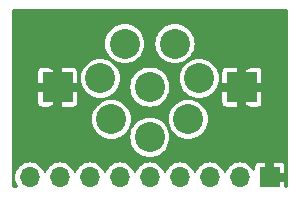
<source format=gbr>
%TF.GenerationSoftware,KiCad,Pcbnew,6.0.10-86aedd382b~118~ubuntu22.04.1*%
%TF.CreationDate,2023-01-03T21:57:38-08:00*%
%TF.ProjectId,GX16-8P-Horizontal,47583136-2d38-4502-9d48-6f72697a6f6e,rev?*%
%TF.SameCoordinates,Original*%
%TF.FileFunction,Copper,L2,Bot*%
%TF.FilePolarity,Positive*%
%FSLAX46Y46*%
G04 Gerber Fmt 4.6, Leading zero omitted, Abs format (unit mm)*
G04 Created by KiCad (PCBNEW 6.0.10-86aedd382b~118~ubuntu22.04.1) date 2023-01-03 21:57:38*
%MOMM*%
%LPD*%
G01*
G04 APERTURE LIST*
%TA.AperFunction,ComponentPad*%
%ADD10C,2.540000*%
%TD*%
%TA.AperFunction,SMDPad,CuDef*%
%ADD11R,2.540000X2.540000*%
%TD*%
%TA.AperFunction,ComponentPad*%
%ADD12R,1.700000X1.700000*%
%TD*%
%TA.AperFunction,ComponentPad*%
%ADD13O,1.700000X1.700000*%
%TD*%
%TA.AperFunction,ViaPad*%
%ADD14C,0.800000*%
%TD*%
G04 APERTURE END LIST*
D10*
%TO.P,J1,1,Pin_1*%
%TO.N,Net-(J1-Pad1)*%
X129125000Y-59819000D03*
%TO.P,J1,2,Pin_2*%
%TO.N,Net-(J1-Pad2)*%
X131185000Y-62762000D03*
%TO.P,J1,3,Pin_3*%
%TO.N,Net-(J1-Pad3)*%
X130256000Y-66232000D03*
%TO.P,J1,4,Pin_4*%
%TO.N,Net-(J1-Pad4)*%
X127000000Y-67750000D03*
%TO.P,J1,5,Pin_5*%
%TO.N,Net-(J1-Pad5)*%
X123744000Y-66232000D03*
%TO.P,J1,6,Pin_6*%
%TO.N,Net-(J1-Pad6)*%
X122815000Y-62762000D03*
%TO.P,J1,7,Pin_7*%
%TO.N,Net-(J1-Pad7)*%
X124875000Y-59819000D03*
%TO.P,J1,8,Pin_8*%
%TO.N,Net-(J1-Pad8)*%
X127000000Y-63500000D03*
D11*
%TO.P,J1,MP,MountPin*%
%TO.N,GND*%
X134800000Y-63500000D03*
X119200000Y-63500000D03*
%TD*%
D12*
%TO.P,J2,1,Pin_1*%
%TO.N,GND*%
X137160000Y-71120000D03*
D13*
%TO.P,J2,2,Pin_2*%
%TO.N,Net-(J1-Pad1)*%
X134620000Y-71120000D03*
%TO.P,J2,3,Pin_3*%
%TO.N,Net-(J1-Pad2)*%
X132080000Y-71120000D03*
%TO.P,J2,4,Pin_4*%
%TO.N,Net-(J1-Pad3)*%
X129540000Y-71120000D03*
%TO.P,J2,5,Pin_5*%
%TO.N,Net-(J1-Pad4)*%
X127000000Y-71120000D03*
%TO.P,J2,6,Pin_6*%
%TO.N,Net-(J1-Pad5)*%
X124460000Y-71120000D03*
%TO.P,J2,7,Pin_7*%
%TO.N,Net-(J1-Pad6)*%
X121920000Y-71120000D03*
%TO.P,J2,8,Pin_8*%
%TO.N,Net-(J1-Pad7)*%
X119380000Y-71120000D03*
%TO.P,J2,9,Pin_9*%
%TO.N,Net-(J1-Pad8)*%
X116840000Y-71120000D03*
%TD*%
D14*
%TO.N,GND*%
X116840000Y-57785000D03*
X128270000Y-65405000D03*
X118110000Y-69850000D03*
X127635000Y-57785000D03*
X123190000Y-69850000D03*
X137160000Y-69850000D03*
X135890000Y-63500000D03*
X138176000Y-63500000D03*
X120650000Y-69850000D03*
X118745000Y-65405000D03*
X133350000Y-69850000D03*
X137160000Y-57785000D03*
X135255000Y-65405000D03*
X118745000Y-61595000D03*
X128270000Y-69850000D03*
X133350000Y-57785000D03*
X118110000Y-63500000D03*
X130810000Y-69850000D03*
X122555000Y-58420000D03*
X135255000Y-61595000D03*
X125095000Y-62230000D03*
X125730000Y-69850000D03*
X128905000Y-62230000D03*
X130810000Y-68580000D03*
X125730000Y-65405000D03*
X133350000Y-67310000D03*
X115824000Y-63500000D03*
X115824000Y-69723000D03*
X120650000Y-67310000D03*
X123190000Y-68580000D03*
%TD*%
%TA.AperFunction,Conductor*%
%TO.N,GND*%
G36*
X138625621Y-56916502D02*
G01*
X138672114Y-56970158D01*
X138683500Y-57022500D01*
X138683500Y-71882500D01*
X138663498Y-71950621D01*
X138609842Y-71997114D01*
X138557500Y-72008500D01*
X138517000Y-72008500D01*
X138448879Y-71988498D01*
X138402386Y-71934842D01*
X138391000Y-71882500D01*
X138391000Y-71519115D01*
X138386525Y-71503876D01*
X138385135Y-71502671D01*
X138377452Y-71501000D01*
X136905000Y-71501000D01*
X136836879Y-71480998D01*
X136790386Y-71427342D01*
X136779000Y-71375000D01*
X136779000Y-70720885D01*
X137541000Y-70720885D01*
X137545475Y-70736124D01*
X137546865Y-70737329D01*
X137554548Y-70739000D01*
X138372885Y-70739000D01*
X138388124Y-70734525D01*
X138389329Y-70733135D01*
X138391000Y-70725452D01*
X138391000Y-70238496D01*
X138390330Y-70229336D01*
X138381402Y-70168687D01*
X138375661Y-70150213D01*
X138328665Y-70054493D01*
X138316705Y-70037788D01*
X138241678Y-69962891D01*
X138224950Y-69950959D01*
X138129140Y-69904127D01*
X138110672Y-69898419D01*
X138050636Y-69889660D01*
X138041537Y-69889000D01*
X137559115Y-69889000D01*
X137543876Y-69893475D01*
X137542671Y-69894865D01*
X137541000Y-69902548D01*
X137541000Y-70720885D01*
X136779000Y-70720885D01*
X136779000Y-69907115D01*
X136774525Y-69891876D01*
X136773135Y-69890671D01*
X136765452Y-69889000D01*
X136278496Y-69889000D01*
X136269336Y-69889670D01*
X136208687Y-69898598D01*
X136190213Y-69904339D01*
X136094493Y-69951335D01*
X136077788Y-69963295D01*
X136002891Y-70038322D01*
X135990959Y-70055050D01*
X135944127Y-70150860D01*
X135938419Y-70169328D01*
X135929660Y-70229364D01*
X135929000Y-70238463D01*
X135929000Y-70445567D01*
X135908998Y-70513688D01*
X135855342Y-70560181D01*
X135785068Y-70570285D01*
X135720488Y-70540791D01*
X135693881Y-70508567D01*
X135692908Y-70506882D01*
X135690584Y-70501898D01*
X135566987Y-70325383D01*
X135414617Y-70173013D01*
X135410109Y-70169856D01*
X135410106Y-70169854D01*
X135242611Y-70052573D01*
X135242609Y-70052572D01*
X135238102Y-70049416D01*
X135233120Y-70047093D01*
X135233115Y-70047090D01*
X135047789Y-69960671D01*
X135047787Y-69960670D01*
X135042807Y-69958348D01*
X135037499Y-69956926D01*
X135037497Y-69956925D01*
X134839980Y-69904001D01*
X134839978Y-69904001D01*
X134834665Y-69902577D01*
X134620000Y-69883796D01*
X134405335Y-69902577D01*
X134400022Y-69904001D01*
X134400020Y-69904001D01*
X134202503Y-69956925D01*
X134202501Y-69956926D01*
X134197193Y-69958348D01*
X134192213Y-69960670D01*
X134192211Y-69960671D01*
X134006885Y-70047090D01*
X134006880Y-70047093D01*
X134001898Y-70049416D01*
X133997391Y-70052572D01*
X133997389Y-70052573D01*
X133829894Y-70169854D01*
X133829891Y-70169856D01*
X133825383Y-70173013D01*
X133673013Y-70325383D01*
X133549416Y-70501898D01*
X133547093Y-70506880D01*
X133547090Y-70506885D01*
X133464195Y-70684654D01*
X133417277Y-70737939D01*
X133349000Y-70757400D01*
X133281040Y-70736858D01*
X133235805Y-70684654D01*
X133152910Y-70506885D01*
X133152907Y-70506880D01*
X133150584Y-70501898D01*
X133026987Y-70325383D01*
X132874617Y-70173013D01*
X132870109Y-70169856D01*
X132870106Y-70169854D01*
X132702611Y-70052573D01*
X132702609Y-70052572D01*
X132698102Y-70049416D01*
X132693120Y-70047093D01*
X132693115Y-70047090D01*
X132507789Y-69960671D01*
X132507787Y-69960670D01*
X132502807Y-69958348D01*
X132497499Y-69956926D01*
X132497497Y-69956925D01*
X132299980Y-69904001D01*
X132299978Y-69904001D01*
X132294665Y-69902577D01*
X132080000Y-69883796D01*
X131865335Y-69902577D01*
X131860022Y-69904001D01*
X131860020Y-69904001D01*
X131662503Y-69956925D01*
X131662501Y-69956926D01*
X131657193Y-69958348D01*
X131652213Y-69960670D01*
X131652211Y-69960671D01*
X131466885Y-70047090D01*
X131466880Y-70047093D01*
X131461898Y-70049416D01*
X131457391Y-70052572D01*
X131457389Y-70052573D01*
X131289894Y-70169854D01*
X131289891Y-70169856D01*
X131285383Y-70173013D01*
X131133013Y-70325383D01*
X131009416Y-70501898D01*
X131007093Y-70506880D01*
X131007090Y-70506885D01*
X130924195Y-70684654D01*
X130877277Y-70737939D01*
X130809000Y-70757400D01*
X130741040Y-70736858D01*
X130695805Y-70684654D01*
X130612910Y-70506885D01*
X130612907Y-70506880D01*
X130610584Y-70501898D01*
X130486987Y-70325383D01*
X130334617Y-70173013D01*
X130330109Y-70169856D01*
X130330106Y-70169854D01*
X130162611Y-70052573D01*
X130162609Y-70052572D01*
X130158102Y-70049416D01*
X130153120Y-70047093D01*
X130153115Y-70047090D01*
X129967789Y-69960671D01*
X129967787Y-69960670D01*
X129962807Y-69958348D01*
X129957499Y-69956926D01*
X129957497Y-69956925D01*
X129759980Y-69904001D01*
X129759978Y-69904001D01*
X129754665Y-69902577D01*
X129540000Y-69883796D01*
X129325335Y-69902577D01*
X129320022Y-69904001D01*
X129320020Y-69904001D01*
X129122503Y-69956925D01*
X129122501Y-69956926D01*
X129117193Y-69958348D01*
X129112213Y-69960670D01*
X129112211Y-69960671D01*
X128926885Y-70047090D01*
X128926880Y-70047093D01*
X128921898Y-70049416D01*
X128917391Y-70052572D01*
X128917389Y-70052573D01*
X128749894Y-70169854D01*
X128749891Y-70169856D01*
X128745383Y-70173013D01*
X128593013Y-70325383D01*
X128469416Y-70501898D01*
X128467093Y-70506880D01*
X128467090Y-70506885D01*
X128384195Y-70684654D01*
X128337277Y-70737939D01*
X128269000Y-70757400D01*
X128201040Y-70736858D01*
X128155805Y-70684654D01*
X128072910Y-70506885D01*
X128072907Y-70506880D01*
X128070584Y-70501898D01*
X127946987Y-70325383D01*
X127794617Y-70173013D01*
X127790109Y-70169856D01*
X127790106Y-70169854D01*
X127622611Y-70052573D01*
X127622609Y-70052572D01*
X127618102Y-70049416D01*
X127613120Y-70047093D01*
X127613115Y-70047090D01*
X127427789Y-69960671D01*
X127427787Y-69960670D01*
X127422807Y-69958348D01*
X127417499Y-69956926D01*
X127417497Y-69956925D01*
X127219980Y-69904001D01*
X127219978Y-69904001D01*
X127214665Y-69902577D01*
X127000000Y-69883796D01*
X126785335Y-69902577D01*
X126780022Y-69904001D01*
X126780020Y-69904001D01*
X126582503Y-69956925D01*
X126582501Y-69956926D01*
X126577193Y-69958348D01*
X126572213Y-69960670D01*
X126572211Y-69960671D01*
X126386885Y-70047090D01*
X126386880Y-70047093D01*
X126381898Y-70049416D01*
X126377391Y-70052572D01*
X126377389Y-70052573D01*
X126209894Y-70169854D01*
X126209891Y-70169856D01*
X126205383Y-70173013D01*
X126053013Y-70325383D01*
X125929416Y-70501898D01*
X125927093Y-70506880D01*
X125927090Y-70506885D01*
X125844195Y-70684654D01*
X125797277Y-70737939D01*
X125729000Y-70757400D01*
X125661040Y-70736858D01*
X125615805Y-70684654D01*
X125532910Y-70506885D01*
X125532907Y-70506880D01*
X125530584Y-70501898D01*
X125406987Y-70325383D01*
X125254617Y-70173013D01*
X125250109Y-70169856D01*
X125250106Y-70169854D01*
X125082611Y-70052573D01*
X125082609Y-70052572D01*
X125078102Y-70049416D01*
X125073120Y-70047093D01*
X125073115Y-70047090D01*
X124887789Y-69960671D01*
X124887787Y-69960670D01*
X124882807Y-69958348D01*
X124877499Y-69956926D01*
X124877497Y-69956925D01*
X124679980Y-69904001D01*
X124679978Y-69904001D01*
X124674665Y-69902577D01*
X124460000Y-69883796D01*
X124245335Y-69902577D01*
X124240022Y-69904001D01*
X124240020Y-69904001D01*
X124042503Y-69956925D01*
X124042501Y-69956926D01*
X124037193Y-69958348D01*
X124032213Y-69960670D01*
X124032211Y-69960671D01*
X123846885Y-70047090D01*
X123846880Y-70047093D01*
X123841898Y-70049416D01*
X123837391Y-70052572D01*
X123837389Y-70052573D01*
X123669894Y-70169854D01*
X123669891Y-70169856D01*
X123665383Y-70173013D01*
X123513013Y-70325383D01*
X123389416Y-70501898D01*
X123387093Y-70506880D01*
X123387090Y-70506885D01*
X123304195Y-70684654D01*
X123257277Y-70737939D01*
X123189000Y-70757400D01*
X123121040Y-70736858D01*
X123075805Y-70684654D01*
X122992910Y-70506885D01*
X122992907Y-70506880D01*
X122990584Y-70501898D01*
X122866987Y-70325383D01*
X122714617Y-70173013D01*
X122710109Y-70169856D01*
X122710106Y-70169854D01*
X122542611Y-70052573D01*
X122542609Y-70052572D01*
X122538102Y-70049416D01*
X122533120Y-70047093D01*
X122533115Y-70047090D01*
X122347789Y-69960671D01*
X122347787Y-69960670D01*
X122342807Y-69958348D01*
X122337499Y-69956926D01*
X122337497Y-69956925D01*
X122139980Y-69904001D01*
X122139978Y-69904001D01*
X122134665Y-69902577D01*
X121920000Y-69883796D01*
X121705335Y-69902577D01*
X121700022Y-69904001D01*
X121700020Y-69904001D01*
X121502503Y-69956925D01*
X121502501Y-69956926D01*
X121497193Y-69958348D01*
X121492213Y-69960670D01*
X121492211Y-69960671D01*
X121306885Y-70047090D01*
X121306880Y-70047093D01*
X121301898Y-70049416D01*
X121297391Y-70052572D01*
X121297389Y-70052573D01*
X121129894Y-70169854D01*
X121129891Y-70169856D01*
X121125383Y-70173013D01*
X120973013Y-70325383D01*
X120849416Y-70501898D01*
X120847093Y-70506880D01*
X120847090Y-70506885D01*
X120764195Y-70684654D01*
X120717277Y-70737939D01*
X120649000Y-70757400D01*
X120581040Y-70736858D01*
X120535805Y-70684654D01*
X120452910Y-70506885D01*
X120452907Y-70506880D01*
X120450584Y-70501898D01*
X120326987Y-70325383D01*
X120174617Y-70173013D01*
X120170109Y-70169856D01*
X120170106Y-70169854D01*
X120002611Y-70052573D01*
X120002609Y-70052572D01*
X119998102Y-70049416D01*
X119993120Y-70047093D01*
X119993115Y-70047090D01*
X119807789Y-69960671D01*
X119807787Y-69960670D01*
X119802807Y-69958348D01*
X119797499Y-69956926D01*
X119797497Y-69956925D01*
X119599980Y-69904001D01*
X119599978Y-69904001D01*
X119594665Y-69902577D01*
X119380000Y-69883796D01*
X119165335Y-69902577D01*
X119160022Y-69904001D01*
X119160020Y-69904001D01*
X118962503Y-69956925D01*
X118962501Y-69956926D01*
X118957193Y-69958348D01*
X118952213Y-69960670D01*
X118952211Y-69960671D01*
X118766885Y-70047090D01*
X118766880Y-70047093D01*
X118761898Y-70049416D01*
X118757391Y-70052572D01*
X118757389Y-70052573D01*
X118589894Y-70169854D01*
X118589891Y-70169856D01*
X118585383Y-70173013D01*
X118433013Y-70325383D01*
X118309416Y-70501898D01*
X118307093Y-70506880D01*
X118307090Y-70506885D01*
X118224195Y-70684654D01*
X118177277Y-70737939D01*
X118109000Y-70757400D01*
X118041040Y-70736858D01*
X117995805Y-70684654D01*
X117912910Y-70506885D01*
X117912907Y-70506880D01*
X117910584Y-70501898D01*
X117786987Y-70325383D01*
X117634617Y-70173013D01*
X117630109Y-70169856D01*
X117630106Y-70169854D01*
X117462611Y-70052573D01*
X117462609Y-70052572D01*
X117458102Y-70049416D01*
X117453120Y-70047093D01*
X117453115Y-70047090D01*
X117267789Y-69960671D01*
X117267787Y-69960670D01*
X117262807Y-69958348D01*
X117257499Y-69956926D01*
X117257497Y-69956925D01*
X117059980Y-69904001D01*
X117059978Y-69904001D01*
X117054665Y-69902577D01*
X116840000Y-69883796D01*
X116625335Y-69902577D01*
X116620022Y-69904001D01*
X116620020Y-69904001D01*
X116422503Y-69956925D01*
X116422501Y-69956926D01*
X116417193Y-69958348D01*
X116412213Y-69960670D01*
X116412211Y-69960671D01*
X116226885Y-70047090D01*
X116226880Y-70047093D01*
X116221898Y-70049416D01*
X116217391Y-70052572D01*
X116217389Y-70052573D01*
X116049894Y-70169854D01*
X116049891Y-70169856D01*
X116045383Y-70173013D01*
X115893013Y-70325383D01*
X115769416Y-70501898D01*
X115767093Y-70506880D01*
X115767090Y-70506885D01*
X115742238Y-70560181D01*
X115678348Y-70697193D01*
X115676926Y-70702501D01*
X115676925Y-70702503D01*
X115667430Y-70737939D01*
X115622577Y-70905335D01*
X115603796Y-71120000D01*
X115622577Y-71334665D01*
X115624001Y-71339978D01*
X115624001Y-71339980D01*
X115667917Y-71503876D01*
X115678348Y-71542807D01*
X115680670Y-71547787D01*
X115680671Y-71547789D01*
X115767090Y-71733115D01*
X115767093Y-71733120D01*
X115769416Y-71738102D01*
X115772573Y-71742610D01*
X115819920Y-71810229D01*
X115842608Y-71877503D01*
X115825323Y-71946364D01*
X115773553Y-71994948D01*
X115716707Y-72008500D01*
X115442500Y-72008500D01*
X115374379Y-71988498D01*
X115327886Y-71934842D01*
X115316500Y-71882500D01*
X115316500Y-66232000D01*
X122087393Y-66232000D01*
X122107789Y-66491150D01*
X122168473Y-66743920D01*
X122267952Y-66984084D01*
X122403777Y-67205729D01*
X122406994Y-67209496D01*
X122406995Y-67209497D01*
X122431407Y-67238080D01*
X122572602Y-67403398D01*
X122770271Y-67572223D01*
X122991916Y-67708048D01*
X122996486Y-67709941D01*
X122996488Y-67709942D01*
X123081295Y-67745070D01*
X123232080Y-67807527D01*
X123318543Y-67828285D01*
X123480037Y-67867056D01*
X123480043Y-67867057D01*
X123484850Y-67868211D01*
X123744000Y-67888607D01*
X124003150Y-67868211D01*
X124007957Y-67867057D01*
X124007963Y-67867056D01*
X124169457Y-67828285D01*
X124255920Y-67807527D01*
X124394803Y-67750000D01*
X125343393Y-67750000D01*
X125363789Y-68009150D01*
X125424473Y-68261920D01*
X125523952Y-68502084D01*
X125659777Y-68723729D01*
X125828602Y-68921398D01*
X126026271Y-69090223D01*
X126247916Y-69226048D01*
X126252486Y-69227941D01*
X126252488Y-69227942D01*
X126483507Y-69323633D01*
X126488080Y-69325527D01*
X126574543Y-69346285D01*
X126736037Y-69385056D01*
X126736043Y-69385057D01*
X126740850Y-69386211D01*
X127000000Y-69406607D01*
X127259150Y-69386211D01*
X127263957Y-69385057D01*
X127263963Y-69385056D01*
X127425457Y-69346285D01*
X127511920Y-69325527D01*
X127516493Y-69323633D01*
X127747512Y-69227942D01*
X127747514Y-69227941D01*
X127752084Y-69226048D01*
X127973729Y-69090223D01*
X128171398Y-68921398D01*
X128340223Y-68723729D01*
X128476048Y-68502084D01*
X128575527Y-68261920D01*
X128636211Y-68009150D01*
X128656607Y-67750000D01*
X128636211Y-67490850D01*
X128575527Y-67238080D01*
X128476048Y-66997916D01*
X128340223Y-66776271D01*
X128316499Y-66748493D01*
X128174611Y-66582364D01*
X128171398Y-66578602D01*
X127973729Y-66409777D01*
X127752084Y-66273952D01*
X127747514Y-66272059D01*
X127747512Y-66272058D01*
X127650803Y-66232000D01*
X128599393Y-66232000D01*
X128619789Y-66491150D01*
X128680473Y-66743920D01*
X128779952Y-66984084D01*
X128915777Y-67205729D01*
X128918994Y-67209496D01*
X128918995Y-67209497D01*
X128943407Y-67238080D01*
X129084602Y-67403398D01*
X129282271Y-67572223D01*
X129503916Y-67708048D01*
X129508486Y-67709941D01*
X129508488Y-67709942D01*
X129593295Y-67745070D01*
X129744080Y-67807527D01*
X129830543Y-67828285D01*
X129992037Y-67867056D01*
X129992043Y-67867057D01*
X129996850Y-67868211D01*
X130256000Y-67888607D01*
X130515150Y-67868211D01*
X130519957Y-67867057D01*
X130519963Y-67867056D01*
X130681457Y-67828285D01*
X130767920Y-67807527D01*
X130918705Y-67745070D01*
X131003512Y-67709942D01*
X131003514Y-67709941D01*
X131008084Y-67708048D01*
X131229729Y-67572223D01*
X131427398Y-67403398D01*
X131568593Y-67238080D01*
X131593005Y-67209497D01*
X131593006Y-67209496D01*
X131596223Y-67205729D01*
X131732048Y-66984084D01*
X131831527Y-66743920D01*
X131892211Y-66491150D01*
X131912607Y-66232000D01*
X131892211Y-65972850D01*
X131831527Y-65720080D01*
X131732048Y-65479916D01*
X131596223Y-65258271D01*
X131509063Y-65156219D01*
X131440145Y-65075527D01*
X131427398Y-65060602D01*
X131229729Y-64891777D01*
X131082418Y-64801504D01*
X133149000Y-64801504D01*
X133149670Y-64810664D01*
X133158598Y-64871313D01*
X133164339Y-64889787D01*
X133211335Y-64985507D01*
X133223295Y-65002212D01*
X133298322Y-65077109D01*
X133315050Y-65089041D01*
X133410860Y-65135873D01*
X133429328Y-65141581D01*
X133489364Y-65150340D01*
X133498463Y-65151000D01*
X134400885Y-65151000D01*
X134416124Y-65146525D01*
X134417329Y-65145135D01*
X134419000Y-65137452D01*
X134419000Y-65132885D01*
X135181000Y-65132885D01*
X135185475Y-65148124D01*
X135186865Y-65149329D01*
X135194548Y-65151000D01*
X136101504Y-65151000D01*
X136110664Y-65150330D01*
X136171313Y-65141402D01*
X136189787Y-65135661D01*
X136285507Y-65088665D01*
X136302212Y-65076705D01*
X136377109Y-65001678D01*
X136389041Y-64984950D01*
X136435873Y-64889140D01*
X136441581Y-64870672D01*
X136450340Y-64810636D01*
X136451000Y-64801537D01*
X136451000Y-63899115D01*
X136446525Y-63883876D01*
X136445135Y-63882671D01*
X136437452Y-63881000D01*
X135199115Y-63881000D01*
X135183876Y-63885475D01*
X135182671Y-63886865D01*
X135181000Y-63894548D01*
X135181000Y-65132885D01*
X134419000Y-65132885D01*
X134419000Y-63899115D01*
X134414525Y-63883876D01*
X134413135Y-63882671D01*
X134405452Y-63881000D01*
X133167115Y-63881000D01*
X133151876Y-63885475D01*
X133150671Y-63886865D01*
X133149000Y-63894548D01*
X133149000Y-64801504D01*
X131082418Y-64801504D01*
X131008084Y-64755952D01*
X131003514Y-64754059D01*
X131003512Y-64754058D01*
X130772493Y-64658367D01*
X130772491Y-64658366D01*
X130767920Y-64656473D01*
X130681457Y-64635715D01*
X130519963Y-64596944D01*
X130519957Y-64596943D01*
X130515150Y-64595789D01*
X130256000Y-64575393D01*
X129996850Y-64595789D01*
X129992043Y-64596943D01*
X129992037Y-64596944D01*
X129830543Y-64635715D01*
X129744080Y-64656473D01*
X129739509Y-64658366D01*
X129739507Y-64658367D01*
X129508488Y-64754058D01*
X129508486Y-64754059D01*
X129503916Y-64755952D01*
X129282271Y-64891777D01*
X129084602Y-65060602D01*
X129071855Y-65075527D01*
X129002938Y-65156219D01*
X128915777Y-65258271D01*
X128779952Y-65479916D01*
X128680473Y-65720080D01*
X128619789Y-65972850D01*
X128599393Y-66232000D01*
X127650803Y-66232000D01*
X127516493Y-66176367D01*
X127516491Y-66176366D01*
X127511920Y-66174473D01*
X127425457Y-66153715D01*
X127263963Y-66114944D01*
X127263957Y-66114943D01*
X127259150Y-66113789D01*
X127000000Y-66093393D01*
X126740850Y-66113789D01*
X126736043Y-66114943D01*
X126736037Y-66114944D01*
X126574543Y-66153715D01*
X126488080Y-66174473D01*
X126483509Y-66176366D01*
X126483507Y-66176367D01*
X126252488Y-66272058D01*
X126252486Y-66272059D01*
X126247916Y-66273952D01*
X126026271Y-66409777D01*
X125828602Y-66578602D01*
X125825389Y-66582364D01*
X125683502Y-66748493D01*
X125659777Y-66776271D01*
X125523952Y-66997916D01*
X125424473Y-67238080D01*
X125363789Y-67490850D01*
X125343393Y-67750000D01*
X124394803Y-67750000D01*
X124406705Y-67745070D01*
X124491512Y-67709942D01*
X124491514Y-67709941D01*
X124496084Y-67708048D01*
X124717729Y-67572223D01*
X124915398Y-67403398D01*
X125056593Y-67238080D01*
X125081005Y-67209497D01*
X125081006Y-67209496D01*
X125084223Y-67205729D01*
X125220048Y-66984084D01*
X125319527Y-66743920D01*
X125380211Y-66491150D01*
X125400607Y-66232000D01*
X125380211Y-65972850D01*
X125319527Y-65720080D01*
X125220048Y-65479916D01*
X125084223Y-65258271D01*
X124997063Y-65156219D01*
X124928145Y-65075527D01*
X124915398Y-65060602D01*
X124717729Y-64891777D01*
X124496084Y-64755952D01*
X124491514Y-64754059D01*
X124491512Y-64754058D01*
X124260493Y-64658367D01*
X124260491Y-64658366D01*
X124255920Y-64656473D01*
X124169457Y-64635715D01*
X124007963Y-64596944D01*
X124007957Y-64596943D01*
X124003150Y-64595789D01*
X123744000Y-64575393D01*
X123484850Y-64595789D01*
X123480043Y-64596943D01*
X123480037Y-64596944D01*
X123318543Y-64635715D01*
X123232080Y-64656473D01*
X123227509Y-64658366D01*
X123227507Y-64658367D01*
X122996488Y-64754058D01*
X122996486Y-64754059D01*
X122991916Y-64755952D01*
X122770271Y-64891777D01*
X122572602Y-65060602D01*
X122559855Y-65075527D01*
X122490938Y-65156219D01*
X122403777Y-65258271D01*
X122267952Y-65479916D01*
X122168473Y-65720080D01*
X122107789Y-65972850D01*
X122087393Y-66232000D01*
X115316500Y-66232000D01*
X115316500Y-64801504D01*
X117549000Y-64801504D01*
X117549670Y-64810664D01*
X117558598Y-64871313D01*
X117564339Y-64889787D01*
X117611335Y-64985507D01*
X117623295Y-65002212D01*
X117698322Y-65077109D01*
X117715050Y-65089041D01*
X117810860Y-65135873D01*
X117829328Y-65141581D01*
X117889364Y-65150340D01*
X117898463Y-65151000D01*
X118800885Y-65151000D01*
X118816124Y-65146525D01*
X118817329Y-65145135D01*
X118819000Y-65137452D01*
X118819000Y-65132885D01*
X119581000Y-65132885D01*
X119585475Y-65148124D01*
X119586865Y-65149329D01*
X119594548Y-65151000D01*
X120501504Y-65151000D01*
X120510664Y-65150330D01*
X120571313Y-65141402D01*
X120589787Y-65135661D01*
X120685507Y-65088665D01*
X120702212Y-65076705D01*
X120777109Y-65001678D01*
X120789041Y-64984950D01*
X120835873Y-64889140D01*
X120841581Y-64870672D01*
X120850340Y-64810636D01*
X120851000Y-64801537D01*
X120851000Y-63899115D01*
X120846525Y-63883876D01*
X120845135Y-63882671D01*
X120837452Y-63881000D01*
X119599115Y-63881000D01*
X119583876Y-63885475D01*
X119582671Y-63886865D01*
X119581000Y-63894548D01*
X119581000Y-65132885D01*
X118819000Y-65132885D01*
X118819000Y-63899115D01*
X118814525Y-63883876D01*
X118813135Y-63882671D01*
X118805452Y-63881000D01*
X117567115Y-63881000D01*
X117551876Y-63885475D01*
X117550671Y-63886865D01*
X117549000Y-63894548D01*
X117549000Y-64801504D01*
X115316500Y-64801504D01*
X115316500Y-63100885D01*
X117549000Y-63100885D01*
X117553475Y-63116124D01*
X117554865Y-63117329D01*
X117562548Y-63119000D01*
X118800885Y-63119000D01*
X118816124Y-63114525D01*
X118817329Y-63113135D01*
X118819000Y-63105452D01*
X118819000Y-63100885D01*
X119581000Y-63100885D01*
X119585475Y-63116124D01*
X119586865Y-63117329D01*
X119594548Y-63119000D01*
X120832885Y-63119000D01*
X120848124Y-63114525D01*
X120849329Y-63113135D01*
X120851000Y-63105452D01*
X120851000Y-62762000D01*
X121158393Y-62762000D01*
X121178789Y-63021150D01*
X121239473Y-63273920D01*
X121338952Y-63514084D01*
X121474777Y-63735729D01*
X121643602Y-63933398D01*
X121841271Y-64102223D01*
X122062916Y-64238048D01*
X122067486Y-64239941D01*
X122067488Y-64239942D01*
X122106997Y-64256307D01*
X122303080Y-64337527D01*
X122389543Y-64358285D01*
X122551037Y-64397056D01*
X122551043Y-64397057D01*
X122555850Y-64398211D01*
X122815000Y-64418607D01*
X123074150Y-64398211D01*
X123078957Y-64397057D01*
X123078963Y-64397056D01*
X123240457Y-64358285D01*
X123326920Y-64337527D01*
X123523003Y-64256307D01*
X123562512Y-64239942D01*
X123562514Y-64239941D01*
X123567084Y-64238048D01*
X123788729Y-64102223D01*
X123986398Y-63933398D01*
X124155223Y-63735729D01*
X124291048Y-63514084D01*
X124296882Y-63500000D01*
X125343393Y-63500000D01*
X125363789Y-63759150D01*
X125364943Y-63763957D01*
X125364944Y-63763963D01*
X125394450Y-63886865D01*
X125424473Y-64011920D01*
X125426366Y-64016491D01*
X125426367Y-64016493D01*
X125518923Y-64239942D01*
X125523952Y-64252084D01*
X125659777Y-64473729D01*
X125662994Y-64477496D01*
X125662995Y-64477497D01*
X125764026Y-64595789D01*
X125828602Y-64671398D01*
X126026271Y-64840223D01*
X126247916Y-64976048D01*
X126252486Y-64977941D01*
X126252488Y-64977942D01*
X126461130Y-65064364D01*
X126488080Y-65075527D01*
X126544371Y-65089041D01*
X126736037Y-65135056D01*
X126736043Y-65135057D01*
X126740850Y-65136211D01*
X127000000Y-65156607D01*
X127259150Y-65136211D01*
X127263957Y-65135057D01*
X127263963Y-65135056D01*
X127455629Y-65089041D01*
X127511920Y-65075527D01*
X127538870Y-65064364D01*
X127747512Y-64977942D01*
X127747514Y-64977941D01*
X127752084Y-64976048D01*
X127973729Y-64840223D01*
X128171398Y-64671398D01*
X128235974Y-64595789D01*
X128337005Y-64477497D01*
X128337006Y-64477496D01*
X128340223Y-64473729D01*
X128476048Y-64252084D01*
X128481078Y-64239942D01*
X128573633Y-64016493D01*
X128573634Y-64016491D01*
X128575527Y-64011920D01*
X128605550Y-63886865D01*
X128635056Y-63763963D01*
X128635057Y-63763957D01*
X128636211Y-63759150D01*
X128656607Y-63500000D01*
X128636211Y-63240850D01*
X128605884Y-63114525D01*
X128576682Y-62992892D01*
X128575527Y-62988080D01*
X128481882Y-62762000D01*
X129528393Y-62762000D01*
X129548789Y-63021150D01*
X129609473Y-63273920D01*
X129708952Y-63514084D01*
X129844777Y-63735729D01*
X130013602Y-63933398D01*
X130211271Y-64102223D01*
X130432916Y-64238048D01*
X130437486Y-64239941D01*
X130437488Y-64239942D01*
X130476997Y-64256307D01*
X130673080Y-64337527D01*
X130759543Y-64358285D01*
X130921037Y-64397056D01*
X130921043Y-64397057D01*
X130925850Y-64398211D01*
X131185000Y-64418607D01*
X131444150Y-64398211D01*
X131448957Y-64397057D01*
X131448963Y-64397056D01*
X131610457Y-64358285D01*
X131696920Y-64337527D01*
X131893003Y-64256307D01*
X131932512Y-64239942D01*
X131932514Y-64239941D01*
X131937084Y-64238048D01*
X132158729Y-64102223D01*
X132356398Y-63933398D01*
X132525223Y-63735729D01*
X132661048Y-63514084D01*
X132760527Y-63273920D01*
X132802069Y-63100885D01*
X133149000Y-63100885D01*
X133153475Y-63116124D01*
X133154865Y-63117329D01*
X133162548Y-63119000D01*
X134400885Y-63119000D01*
X134416124Y-63114525D01*
X134417329Y-63113135D01*
X134419000Y-63105452D01*
X134419000Y-63100885D01*
X135181000Y-63100885D01*
X135185475Y-63116124D01*
X135186865Y-63117329D01*
X135194548Y-63119000D01*
X136432885Y-63119000D01*
X136448124Y-63114525D01*
X136449329Y-63113135D01*
X136451000Y-63105452D01*
X136451000Y-62198496D01*
X136450330Y-62189336D01*
X136441402Y-62128687D01*
X136435661Y-62110213D01*
X136388665Y-62014493D01*
X136376705Y-61997788D01*
X136301678Y-61922891D01*
X136284950Y-61910959D01*
X136189140Y-61864127D01*
X136170672Y-61858419D01*
X136110636Y-61849660D01*
X136101537Y-61849000D01*
X135199115Y-61849000D01*
X135183876Y-61853475D01*
X135182671Y-61854865D01*
X135181000Y-61862548D01*
X135181000Y-63100885D01*
X134419000Y-63100885D01*
X134419000Y-61867115D01*
X134414525Y-61851876D01*
X134413135Y-61850671D01*
X134405452Y-61849000D01*
X133498496Y-61849000D01*
X133489336Y-61849670D01*
X133428687Y-61858598D01*
X133410213Y-61864339D01*
X133314493Y-61911335D01*
X133297788Y-61923295D01*
X133222891Y-61998322D01*
X133210959Y-62015050D01*
X133164127Y-62110860D01*
X133158419Y-62129328D01*
X133149660Y-62189364D01*
X133149000Y-62198463D01*
X133149000Y-63100885D01*
X132802069Y-63100885D01*
X132821211Y-63021150D01*
X132841607Y-62762000D01*
X132821211Y-62502850D01*
X132760527Y-62250080D01*
X132724455Y-62162995D01*
X132662942Y-62014488D01*
X132662941Y-62014486D01*
X132661048Y-62009916D01*
X132525223Y-61788271D01*
X132356398Y-61590602D01*
X132158729Y-61421777D01*
X131937084Y-61285952D01*
X131932514Y-61284059D01*
X131932512Y-61284058D01*
X131701493Y-61188367D01*
X131701491Y-61188366D01*
X131696920Y-61186473D01*
X131610457Y-61165715D01*
X131448963Y-61126944D01*
X131448957Y-61126943D01*
X131444150Y-61125789D01*
X131185000Y-61105393D01*
X130925850Y-61125789D01*
X130921043Y-61126943D01*
X130921037Y-61126944D01*
X130759543Y-61165715D01*
X130673080Y-61186473D01*
X130668509Y-61188366D01*
X130668507Y-61188367D01*
X130437488Y-61284058D01*
X130437486Y-61284059D01*
X130432916Y-61285952D01*
X130211271Y-61421777D01*
X130013602Y-61590602D01*
X129844777Y-61788271D01*
X129708952Y-62009916D01*
X129707059Y-62014486D01*
X129707058Y-62014488D01*
X129645545Y-62162995D01*
X129609473Y-62250080D01*
X129548789Y-62502850D01*
X129528393Y-62762000D01*
X128481882Y-62762000D01*
X128476048Y-62747916D01*
X128340223Y-62526271D01*
X128171398Y-62328602D01*
X127973729Y-62159777D01*
X127752084Y-62023952D01*
X127747514Y-62022059D01*
X127747512Y-62022058D01*
X127516493Y-61926367D01*
X127516491Y-61926366D01*
X127511920Y-61924473D01*
X127425457Y-61903715D01*
X127263963Y-61864944D01*
X127263957Y-61864943D01*
X127259150Y-61863789D01*
X127000000Y-61843393D01*
X126740850Y-61863789D01*
X126736043Y-61864943D01*
X126736037Y-61864944D01*
X126574543Y-61903715D01*
X126488080Y-61924473D01*
X126483509Y-61926366D01*
X126483507Y-61926367D01*
X126252488Y-62022058D01*
X126252486Y-62022059D01*
X126247916Y-62023952D01*
X126026271Y-62159777D01*
X125828602Y-62328602D01*
X125659777Y-62526271D01*
X125523952Y-62747916D01*
X125424473Y-62988080D01*
X125423318Y-62992892D01*
X125394117Y-63114525D01*
X125363789Y-63240850D01*
X125343393Y-63500000D01*
X124296882Y-63500000D01*
X124390527Y-63273920D01*
X124451211Y-63021150D01*
X124471607Y-62762000D01*
X124451211Y-62502850D01*
X124390527Y-62250080D01*
X124354455Y-62162995D01*
X124292942Y-62014488D01*
X124292941Y-62014486D01*
X124291048Y-62009916D01*
X124155223Y-61788271D01*
X123986398Y-61590602D01*
X123788729Y-61421777D01*
X123567084Y-61285952D01*
X123562514Y-61284059D01*
X123562512Y-61284058D01*
X123331493Y-61188367D01*
X123331491Y-61188366D01*
X123326920Y-61186473D01*
X123240457Y-61165715D01*
X123078963Y-61126944D01*
X123078957Y-61126943D01*
X123074150Y-61125789D01*
X122815000Y-61105393D01*
X122555850Y-61125789D01*
X122551043Y-61126943D01*
X122551037Y-61126944D01*
X122389543Y-61165715D01*
X122303080Y-61186473D01*
X122298509Y-61188366D01*
X122298507Y-61188367D01*
X122067488Y-61284058D01*
X122067486Y-61284059D01*
X122062916Y-61285952D01*
X121841271Y-61421777D01*
X121643602Y-61590602D01*
X121474777Y-61788271D01*
X121338952Y-62009916D01*
X121337059Y-62014486D01*
X121337058Y-62014488D01*
X121275545Y-62162995D01*
X121239473Y-62250080D01*
X121178789Y-62502850D01*
X121158393Y-62762000D01*
X120851000Y-62762000D01*
X120851000Y-62198496D01*
X120850330Y-62189336D01*
X120841402Y-62128687D01*
X120835661Y-62110213D01*
X120788665Y-62014493D01*
X120776705Y-61997788D01*
X120701678Y-61922891D01*
X120684950Y-61910959D01*
X120589140Y-61864127D01*
X120570672Y-61858419D01*
X120510636Y-61849660D01*
X120501537Y-61849000D01*
X119599115Y-61849000D01*
X119583876Y-61853475D01*
X119582671Y-61854865D01*
X119581000Y-61862548D01*
X119581000Y-63100885D01*
X118819000Y-63100885D01*
X118819000Y-61867115D01*
X118814525Y-61851876D01*
X118813135Y-61850671D01*
X118805452Y-61849000D01*
X117898496Y-61849000D01*
X117889336Y-61849670D01*
X117828687Y-61858598D01*
X117810213Y-61864339D01*
X117714493Y-61911335D01*
X117697788Y-61923295D01*
X117622891Y-61998322D01*
X117610959Y-62015050D01*
X117564127Y-62110860D01*
X117558419Y-62129328D01*
X117549660Y-62189364D01*
X117549000Y-62198463D01*
X117549000Y-63100885D01*
X115316500Y-63100885D01*
X115316500Y-59819000D01*
X123218393Y-59819000D01*
X123238789Y-60078150D01*
X123299473Y-60330920D01*
X123398952Y-60571084D01*
X123534777Y-60792729D01*
X123703602Y-60990398D01*
X123901271Y-61159223D01*
X124122916Y-61295048D01*
X124127486Y-61296941D01*
X124127488Y-61296942D01*
X124358507Y-61392633D01*
X124363080Y-61394527D01*
X124449543Y-61415285D01*
X124611037Y-61454056D01*
X124611043Y-61454057D01*
X124615850Y-61455211D01*
X124875000Y-61475607D01*
X125134150Y-61455211D01*
X125138957Y-61454057D01*
X125138963Y-61454056D01*
X125300457Y-61415285D01*
X125386920Y-61394527D01*
X125391493Y-61392633D01*
X125622512Y-61296942D01*
X125622514Y-61296941D01*
X125627084Y-61295048D01*
X125848729Y-61159223D01*
X126046398Y-60990398D01*
X126215223Y-60792729D01*
X126351048Y-60571084D01*
X126450527Y-60330920D01*
X126511211Y-60078150D01*
X126531607Y-59819000D01*
X127468393Y-59819000D01*
X127488789Y-60078150D01*
X127549473Y-60330920D01*
X127648952Y-60571084D01*
X127784777Y-60792729D01*
X127953602Y-60990398D01*
X128151271Y-61159223D01*
X128372916Y-61295048D01*
X128377486Y-61296941D01*
X128377488Y-61296942D01*
X128608507Y-61392633D01*
X128613080Y-61394527D01*
X128699543Y-61415285D01*
X128861037Y-61454056D01*
X128861043Y-61454057D01*
X128865850Y-61455211D01*
X129125000Y-61475607D01*
X129384150Y-61455211D01*
X129388957Y-61454057D01*
X129388963Y-61454056D01*
X129550457Y-61415285D01*
X129636920Y-61394527D01*
X129641493Y-61392633D01*
X129872512Y-61296942D01*
X129872514Y-61296941D01*
X129877084Y-61295048D01*
X130098729Y-61159223D01*
X130296398Y-60990398D01*
X130465223Y-60792729D01*
X130601048Y-60571084D01*
X130700527Y-60330920D01*
X130761211Y-60078150D01*
X130781607Y-59819000D01*
X130761211Y-59559850D01*
X130700527Y-59307080D01*
X130601048Y-59066916D01*
X130465223Y-58845271D01*
X130296398Y-58647602D01*
X130098729Y-58478777D01*
X129877084Y-58342952D01*
X129872514Y-58341059D01*
X129872512Y-58341058D01*
X129641493Y-58245367D01*
X129641491Y-58245366D01*
X129636920Y-58243473D01*
X129550457Y-58222715D01*
X129388963Y-58183944D01*
X129388957Y-58183943D01*
X129384150Y-58182789D01*
X129125000Y-58162393D01*
X128865850Y-58182789D01*
X128861043Y-58183943D01*
X128861037Y-58183944D01*
X128699543Y-58222715D01*
X128613080Y-58243473D01*
X128608509Y-58245366D01*
X128608507Y-58245367D01*
X128377488Y-58341058D01*
X128377486Y-58341059D01*
X128372916Y-58342952D01*
X128151271Y-58478777D01*
X127953602Y-58647602D01*
X127784777Y-58845271D01*
X127648952Y-59066916D01*
X127549473Y-59307080D01*
X127488789Y-59559850D01*
X127468393Y-59819000D01*
X126531607Y-59819000D01*
X126511211Y-59559850D01*
X126450527Y-59307080D01*
X126351048Y-59066916D01*
X126215223Y-58845271D01*
X126046398Y-58647602D01*
X125848729Y-58478777D01*
X125627084Y-58342952D01*
X125622514Y-58341059D01*
X125622512Y-58341058D01*
X125391493Y-58245367D01*
X125391491Y-58245366D01*
X125386920Y-58243473D01*
X125300457Y-58222715D01*
X125138963Y-58183944D01*
X125138957Y-58183943D01*
X125134150Y-58182789D01*
X124875000Y-58162393D01*
X124615850Y-58182789D01*
X124611043Y-58183943D01*
X124611037Y-58183944D01*
X124449543Y-58222715D01*
X124363080Y-58243473D01*
X124358509Y-58245366D01*
X124358507Y-58245367D01*
X124127488Y-58341058D01*
X124127486Y-58341059D01*
X124122916Y-58342952D01*
X123901271Y-58478777D01*
X123703602Y-58647602D01*
X123534777Y-58845271D01*
X123398952Y-59066916D01*
X123299473Y-59307080D01*
X123238789Y-59559850D01*
X123218393Y-59819000D01*
X115316500Y-59819000D01*
X115316500Y-57022500D01*
X115336502Y-56954379D01*
X115390158Y-56907886D01*
X115442500Y-56896500D01*
X138557500Y-56896500D01*
X138625621Y-56916502D01*
G37*
%TD.AperFunction*%
%TD*%
M02*

</source>
